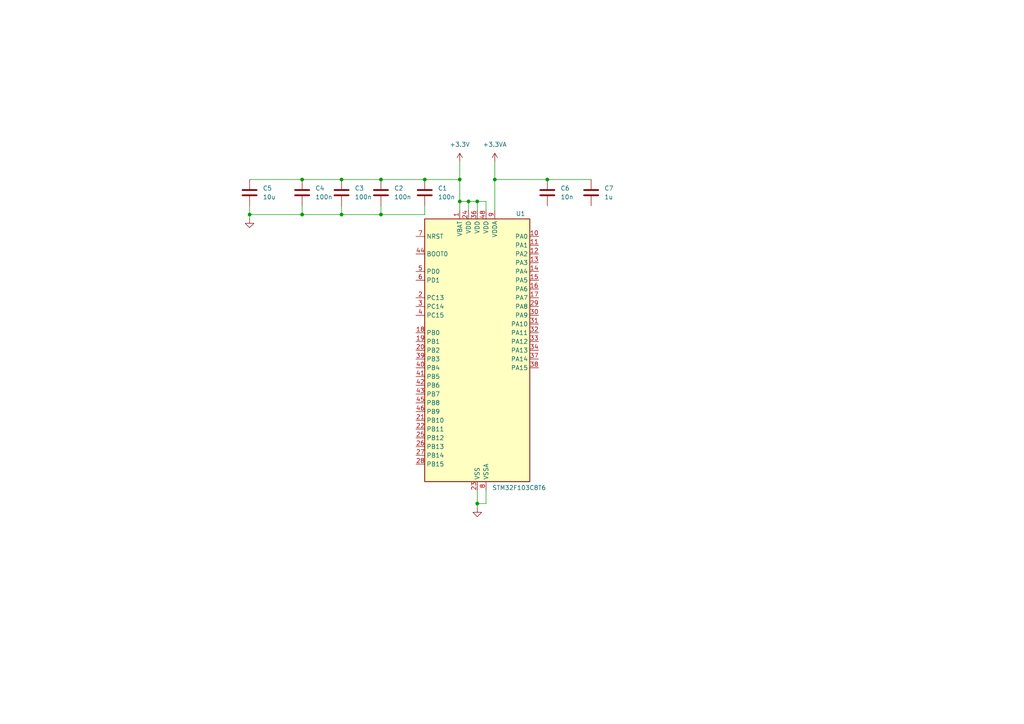
<source format=kicad_sch>
(kicad_sch (version 20250114) (generator "eeschema") (generator_version "9.0")
  (paper "A4")
  (lib_symbols
    (symbol "Device:C" (pin_numbers (hide yes)) (pin_names (offset 0.254))
      (property "Reference" "C" (at 0.635 2.54 0))
      (property "Value" "C" (at 0.635 -2.54 0))
      (symbol "C_0_1"
        (polyline (pts (xy -2.032 0.762) (xy 2.032 0.762)) (stroke (width 0.508)))
        (polyline (pts (xy -2.032 -0.762) (xy 2.032 -0.762)) (stroke (width 0.508)))
      )
      (symbol "C_1_1"
        (pin passive line (at 0 3.81 270) (length 2.794) (name "~") (number "1"))
        (pin passive line (at 0 -3.81 90) (length 2.794) (name "~") (number "2"))
      )
    )
    (symbol "MCU_ST_STM32F1:STM32F103C8Tx"
      (property "Reference" "U" (at -15.24 39.37 0))
      (property "Value" "STM32F103C8Tx" (at 7.62 39.37 0))
      (symbol "STM32F103C8Tx_0_1"
        (rectangle (start -15.24 -38.1) (end 15.24 38.1) (stroke (width 0.254)) (fill (type background)))
      )
      (symbol "STM32F103C8Tx_1_1"
        (pin input line (at -17.78 33.02 0) (length 2.54) (name "NRST") (number "7"))
        (pin input line (at -17.78 27.94 0) (length 2.54) (name "BOOT0") (number "44"))
        (pin bidirectional line (at -17.78 22.86 0) (length 2.54) (name "PD0") (number "5"))
        (pin bidirectional line (at -17.78 20.32 0) (length 2.54) (name "PD1") (number "6"))
        (pin bidirectional line (at -17.78 15.24 0) (length 2.54) (name "PC13") (number "2"))
        (pin bidirectional line (at -17.78 12.7 0) (length 2.54) (name "PC14") (number "3"))
        (pin bidirectional line (at -17.78 10.16 0) (length 2.54) (name "PC15") (number "4"))
        (pin bidirectional line (at -17.78 5.08 0) (length 2.54) (name "PB0") (number "18"))
        (pin bidirectional line (at -17.78 2.54 0) (length 2.54) (name "PB1") (number "19"))
        (pin bidirectional line (at -17.78 0 0) (length 2.54) (name "PB2") (number "20"))
        (pin bidirectional line (at -17.78 -2.54 0) (length 2.54) (name "PB3") (number "39"))
        (pin bidirectional line (at -17.78 -5.08 0) (length 2.54) (name "PB4") (number "40"))
        (pin bidirectional line (at -17.78 -7.62 0) (length 2.54) (name "PB5") (number "41"))
        (pin bidirectional line (at -17.78 -10.16 0) (length 2.54) (name "PB6") (number "42"))
        (pin bidirectional line (at -17.78 -12.7 0) (length 2.54) (name "PB7") (number "43"))
        (pin bidirectional line (at -17.78 -15.24 0) (length 2.54) (name "PB8") (number "45"))
        (pin bidirectional line (at -17.78 -17.78 0) (length 2.54) (name "PB9") (number "46"))
        (pin bidirectional line (at -17.78 -20.32 0) (length 2.54) (name "PB10") (number "21"))
        (pin bidirectional line (at -17.78 -22.86 0) (length 2.54) (name "PB11") (number "22"))
        (pin bidirectional line (at -17.78 -25.4 0) (length 2.54) (name "PB12") (number "25"))
        (pin bidirectional line (at -17.78 -27.94 0) (length 2.54) (name "PB13") (number "26"))
        (pin bidirectional line (at -17.78 -30.48 0) (length 2.54) (name "PB14") (number "27"))
        (pin bidirectional line (at -17.78 -33.02 0) (length 2.54) (name "PB15") (number "28"))
        (pin power_in line (at -5.08 40.64 270) (length 2.54) (name "VBAT") (number "1"))
        (pin power_in line (at -2.54 40.64 270) (length 2.54) (name "VDD") (number "24"))
        (pin power_in line (at 0 40.64 270) (length 2.54) (name "VDD") (number "36"))
        (pin power_in line (at 0 -40.64 90) (length 2.54) (name "VSS") (number "23"))
        (pin passive line (at 0 -40.64 90) (length 2.54) (hide yes) (name "VSS") (number "35"))
        (pin passive line (at 0 -40.64 90) (length 2.54) (hide yes) (name "VSS") (number "47"))
        (pin power_in line (at 2.54 40.64 270) (length 2.54) (name "VDD") (number "48"))
        (pin power_in line (at 2.54 -40.64 90) (length 2.54) (name "VSSA") (number "8"))
        (pin power_in line (at 5.08 40.64 270) (length 2.54) (name "VDDA") (number "9"))
        (pin bidirectional line (at 17.78 33.02 180) (length 2.54) (name "PA0") (number "10"))
        (pin bidirectional line (at 17.78 30.48 180) (length 2.54) (name "PA1") (number "11"))
        (pin bidirectional line (at 17.78 27.94 180) (length 2.54) (name "PA2") (number "12"))
        (pin bidirectional line (at 17.78 25.4 180) (length 2.54) (name "PA3") (number "13"))
        (pin bidirectional line (at 17.78 22.86 180) (length 2.54) (name "PA4") (number "14"))
        (pin bidirectional line (at 17.78 20.32 180) (length 2.54) (name "PA5") (number "15"))
        (pin bidirectional line (at 17.78 17.78 180) (length 2.54) (name "PA6") (number "16"))
        (pin bidirectional line (at 17.78 15.24 180) (length 2.54) (name "PA7") (number "17"))
        (pin bidirectional line (at 17.78 12.7 180) (length 2.54) (name "PA8") (number "29"))
        (pin bidirectional line (at 17.78 10.16 180) (length 2.54) (name "PA9") (number "30"))
        (pin bidirectional line (at 17.78 7.62 180) (length 2.54) (name "PA10") (number "31"))
        (pin bidirectional line (at 17.78 5.08 180) (length 2.54) (name "PA11") (number "32"))
        (pin bidirectional line (at 17.78 2.54 180) (length 2.54) (name "PA12") (number "33"))
        (pin bidirectional line (at 17.78 0 180) (length 2.54) (name "PA13") (number "34"))
        (pin bidirectional line (at 17.78 -2.54 180) (length 2.54) (name "PA14") (number "37"))
        (pin bidirectional line (at 17.78 -5.08 180) (length 2.54) (name "PA15") (number "38"))
      )
    )
    (symbol "power:+3.3V" (power) (pin_numbers (hide yes)) (pin_names (offset 0) (hide yes))
      (property "Value" "+3.3V" (at 0 3.556 0))
      (symbol "+3.3V_0_1"
        (polyline (pts (xy -0.762 1.27) (xy 0 2.54)))
        (polyline (pts (xy 0 2.54) (xy 0.762 1.27)))
        (polyline (pts (xy 0 0) (xy 0 2.54)))
      )
      (symbol "+3.3V_1_1"
        (pin power_in line (at 0 0 90) (length 0) (name "~") (number "1"))
      )
    )
    (symbol "power:+3.3VA" (power) (pin_numbers (hide yes)) (pin_names (offset 0) (hide yes))
      (property "Value" "+3.3VA" (at 0 3.556 0))
      (symbol "+3.3VA_0_1"
        (polyline (pts (xy -0.762 1.27) (xy 0 2.54)))
        (polyline (pts (xy 0 2.54) (xy 0.762 1.27)))
        (polyline (pts (xy 0 0) (xy 0 2.54)))
      )
      (symbol "+3.3VA_1_1"
        (pin power_in line (at 0 0 90) (length 0) (name "~") (number "1"))
      )
    )
    (symbol "power:GND" (power) (pin_numbers (hide yes)) (pin_names (offset 0) (hide yes))
      (property "Value" "GND" (at 0 -3.81 0))
      (symbol "GND_0_1"
        (polyline (pts (xy 0 0) (xy 0 -1.27) (xy 1.27 -1.27) (xy 0 -2.54) (xy -1.27 -1.27) (xy 0 -1.27)))
      )
      (symbol "GND_1_1"
        (pin power_in line (at 0 0 270) (length 0) (name "~") (number "1"))
      )
    )
  )
  (junction (at 99.06 52.07))
  (junction (at 133.35 58.42))
  (junction (at 123.19 52.07))
  (junction (at 138.43 146.05))
  (junction (at 110.49 52.07))
  (junction (at 138.43 58.42))
  (junction (at 158.75 52.07))
  (junction (at 110.49 62.23))
  (junction (at 87.63 62.23))
  (junction (at 72.39 62.23))
  (junction (at 87.63 52.07))
  (junction (at 99.06 62.23))
  (junction (at 133.35 52.07))
  (junction (at 143.51 52.07))
  (junction (at 135.89 58.42))
  (wire (pts (xy 138.43 58.42) (xy 138.43 60.96)))
  (wire (pts (xy 140.97 58.42) (xy 138.43 58.42)))
  (wire (pts (xy 72.39 62.23) (xy 87.63 62.23)))
  (wire (pts (xy 135.89 58.42) (xy 135.89 60.96)))
  (wire (pts (xy 133.35 58.42) (xy 133.35 60.96)))
  (wire (pts (xy 158.75 52.07) (xy 143.51 52.07)))
  (wire (pts (xy 138.43 146.05) (xy 138.43 147.32)))
  (wire (pts (xy 123.19 59.69) (xy 123.19 62.23)))
  (wire (pts (xy 99.06 52.07) (xy 110.49 52.07)))
  (wire (pts (xy 135.89 58.42) (xy 138.43 58.42)))
  (wire (pts (xy 133.35 58.42) (xy 135.89 58.42)))
  (wire (pts (xy 110.49 52.07) (xy 123.19 52.07)))
  (wire (pts (xy 110.49 62.23) (xy 123.19 62.23)))
  (wire (pts (xy 110.49 59.69) (xy 110.49 62.23)))
  (wire (pts (xy 99.06 62.23) (xy 110.49 62.23)))
  (wire (pts (xy 138.43 142.24) (xy 138.43 146.05)))
  (wire (pts (xy 143.51 46.99) (xy 143.51 52.07)))
  (wire (pts (xy 87.63 62.23) (xy 99.06 62.23)))
  (wire (pts (xy 140.97 142.24) (xy 140.97 146.05)))
  (wire (pts (xy 138.43 146.05) (xy 140.97 146.05)))
  (wire (pts (xy 72.39 52.07) (xy 87.63 52.07)))
  (wire (pts (xy 99.06 59.69) (xy 99.06 62.23)))
  (wire (pts (xy 158.75 52.07) (xy 171.45 52.07)))
  (wire (pts (xy 123.19 52.07) (xy 133.35 52.07)))
  (wire (pts (xy 72.39 62.23) (xy 72.39 63.5)))
  (wire (pts (xy 87.63 52.07) (xy 99.06 52.07)))
  (wire (pts (xy 140.97 60.96) (xy 140.97 58.42)))
  (wire (pts (xy 87.63 59.69) (xy 87.63 62.23)))
  (wire (pts (xy 133.35 52.07) (xy 133.35 58.42)))
  (wire (pts (xy 143.51 52.07) (xy 143.51 60.96)))
  (wire (pts (xy 133.35 46.99) (xy 133.35 52.07)))
  (wire (pts (xy 72.39 59.69) (xy 72.39 62.23)))
  (symbol (lib_id "power:GND") (at 138.43 147.32 0) (unit 1)
    (property "Reference" "#PWR01" (effects (hide yes)))
    (property "Value" "GND" (effects (hide yes)))
    (property "Description" "Power symbol creates a global label with name \"GND\" , ground" (effects (hide yes)))
  )
  (symbol (lib_id "power:+3.3VA") (at 143.51 46.99 0) (unit 1)
    (property "Reference" "#PWR04" (effects (hide yes)))
    (property "Value" "+3.3VA" (at 143.51 41.91 0))
    (property "Description" "Power symbol creates a global label with name \"+3.3VA\"" (effects (hide yes)))
  )
  (symbol (lib_id "Device:C") (at 72.39 55.88 0) (unit 1)
    (property "Reference" "C5" (at 76.2 54.6099 0) (effects (justify left)))
    (property "Value" "10u" (at 76.2 57.1499 0) (effects (justify left)))
    (property "Description" "Unpolarized capacitor" (effects (hide yes)))
  )
  (symbol (lib_id "MCU_ST_STM32F1:STM32F103C8Tx") (at 138.43 101.6 0) (unit 1)
    (property "Reference" "U1" (at 149.606 61.976 0) (effects (justify left)))
    (property "Value" "STM32F103C8T6" (at 142.748 141.478 0) (effects (justify left)))
    (property "Footprint" "Package_QFP:LQFP-48_7x7mm_P0.5mm" (effects (hide yes)))
    (property "Datasheet" "https://www.st.com/resource/en/datasheet/stm32f103c8.pdf" (effects (hide yes)))
    (property "Description" "STMicroelectronics Arm Cortex-M3 MCU, 64KB flash, 20KB RAM, 72 MHz, 2.0-3.6V, 37 GPIO, LQFP48" (effects (hide yes)))
  )
  (symbol (lib_id "power:+3.3V") (at 133.35 46.99 0) (unit 1)
    (property "Reference" "#PWR02" (effects (hide yes)))
    (property "Value" "+3.3V" (at 133.35 41.91 0))
    (property "Description" "Power symbol creates a global label with name \"+3.3V\"" (effects (hide yes)))
  )
  (symbol (lib_id "power:GND") (at 72.39 63.5 0) (unit 1)
    (property "Reference" "#PWR03" (effects (hide yes)))
    (property "Value" "GND" (effects (hide yes)))
    (property "Description" "Power symbol creates a global label with name \"GND\" , ground" (effects (hide yes)))
  )
  (symbol (lib_id "Device:C") (at 171.45 55.88 0) (unit 1)
    (property "Reference" "C7" (at 175.26 54.6099 0) (effects (justify left)))
    (property "Value" "1u" (at 175.26 57.1499 0) (effects (justify left)))
    (property "Description" "Unpolarized capacitor" (effects (hide yes)))
  )
  (symbol (lib_id "Device:C") (at 87.63 55.88 0) (unit 1)
    (property "Reference" "C4" (at 91.44 54.6099 0) (effects (justify left)))
    (property "Value" "100n" (at 91.44 57.1499 0) (effects (justify left)))
    (property "Description" "Unpolarized capacitor" (effects (hide yes)))
  )
  (symbol (lib_id "Device:C") (at 110.49 55.88 0) (unit 1)
    (property "Reference" "C2" (at 114.3 54.6099 0) (effects (justify left)))
    (property "Value" "100n" (at 114.3 57.1499 0) (effects (justify left)))
    (property "Description" "Unpolarized capacitor" (effects (hide yes)))
  )
  (symbol (lib_id "Device:C") (at 158.75 55.88 0) (unit 1)
    (property "Reference" "C6" (at 162.56 54.6099 0) (effects (justify left)))
    (property "Value" "10n" (at 162.56 57.1499 0) (effects (justify left)))
    (property "Description" "Unpolarized capacitor" (effects (hide yes)))
  )
  (symbol (lib_id "Device:C") (at 123.19 55.88 0) (unit 1)
    (property "Reference" "C1" (at 127 54.6099 0) (effects (justify left)))
    (property "Value" "100n" (at 127 57.1499 0) (effects (justify left)))
    (property "Description" "Unpolarized capacitor" (effects (hide yes)))
  )
  (symbol (lib_id "Device:C") (at 99.06 55.88 0) (unit 1)
    (property "Reference" "C3" (at 102.87 54.6099 0) (effects (justify left)))
    (property "Value" "100n" (at 102.87 57.1499 0) (effects (justify left)))
    (property "Description" "Unpolarized capacitor" (effects (hide yes)))
  )
)
</source>
